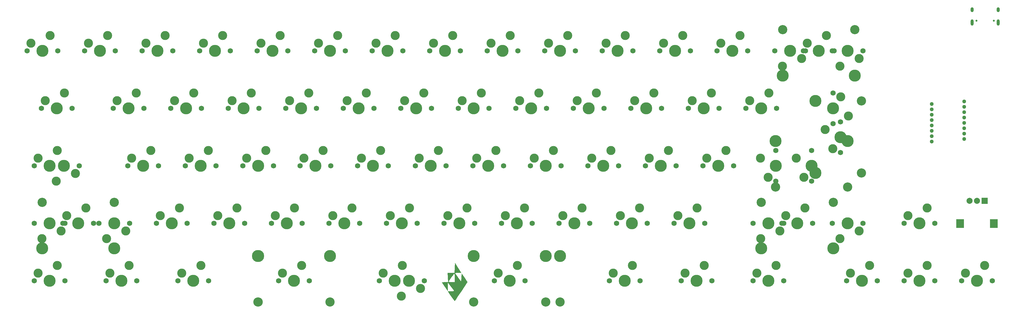
<source format=gbr>
%TF.GenerationSoftware,KiCad,Pcbnew,(6.0.5)*%
%TF.CreationDate,2022-06-26T21:14:40+09:00*%
%TF.ProjectId,dynamis,64796e61-6d69-4732-9e6b-696361645f70,rev?*%
%TF.SameCoordinates,Original*%
%TF.FileFunction,Soldermask,Top*%
%TF.FilePolarity,Negative*%
%FSLAX46Y46*%
G04 Gerber Fmt 4.6, Leading zero omitted, Abs format (unit mm)*
G04 Created by KiCad (PCBNEW (6.0.5)) date 2022-06-26 21:14:40*
%MOMM*%
%LPD*%
G01*
G04 APERTURE LIST*
%ADD10C,1.750000*%
%ADD11C,3.987800*%
%ADD12C,3.000000*%
%ADD13C,3.048000*%
%ADD14R,2.000000X2.000000*%
%ADD15C,2.000000*%
%ADD16R,2.500000X3.000000*%
%ADD17C,1.300000*%
%ADD18C,0.650000*%
%ADD19O,1.000000X1.600000*%
%ADD20O,1.000000X2.100000*%
G04 APERTURE END LIST*
%TO.C,LOGO01*%
G36*
X278688200Y-226576054D02*
G01*
X279848382Y-226576527D01*
X281008564Y-226576999D01*
X281067582Y-224901622D01*
X281126600Y-223226244D01*
X282189129Y-224901622D01*
X283251658Y-226576999D01*
X282239929Y-226576999D01*
X281661606Y-226599347D01*
X281295413Y-226656460D01*
X281228200Y-226700674D01*
X281340302Y-226911334D01*
X281638014Y-227360944D01*
X282063444Y-227963081D01*
X282193400Y-228141555D01*
X283158600Y-229458761D01*
X283260200Y-228084960D01*
X283361800Y-226711158D01*
X284323454Y-228160311D01*
X285285108Y-229609465D01*
X283252416Y-232716032D01*
X282595981Y-233708569D01*
X282008694Y-234576405D01*
X281528848Y-235264569D01*
X281194735Y-235718088D01*
X281047472Y-235881429D01*
X280887388Y-235738316D01*
X280547065Y-235304856D01*
X280064358Y-234633622D01*
X279477125Y-233777188D01*
X278852691Y-232833429D01*
X278748253Y-232673000D01*
X278789800Y-232673000D01*
X279805800Y-232673000D01*
X280385541Y-232653093D01*
X280753389Y-232602197D01*
X280821800Y-232562401D01*
X280707389Y-232360436D01*
X280402864Y-231919657D01*
X279966281Y-231323077D01*
X279805800Y-231109698D01*
X278789800Y-229767593D01*
X278789800Y-232673000D01*
X278748253Y-232673000D01*
X276856848Y-229767593D01*
X276830162Y-229726600D01*
X277825644Y-229664637D01*
X278821126Y-229602675D01*
X278816675Y-229501325D01*
X278993000Y-229501325D01*
X279175859Y-229571893D01*
X279643374Y-229616670D01*
X280009000Y-229625000D01*
X281025000Y-229625000D01*
X281025000Y-228202600D01*
X281016836Y-227501441D01*
X280995354Y-226993406D01*
X280965063Y-226781310D01*
X280962590Y-226780200D01*
X280815509Y-226931814D01*
X280508128Y-227322679D01*
X280109910Y-227856830D01*
X279690316Y-228438298D01*
X279318810Y-228971119D01*
X279064852Y-229359324D01*
X278993000Y-229501325D01*
X278816675Y-229501325D01*
X278754663Y-228089364D01*
X278688200Y-226576054D01*
G37*
%TD*%
D10*
%TO.C,SW04_00*%
X151948890Y-229169199D03*
D11*
X146868890Y-229169199D03*
D12*
X149408890Y-224089199D03*
X143058890Y-226629199D03*
D10*
X141788890Y-229169199D03*
%TD*%
%TO.C,SW06_01*%
X377508490Y-172074999D03*
X387668490Y-172074999D03*
D11*
X382588490Y-172074999D03*
D12*
X378778490Y-169534999D03*
X385128490Y-166994999D03*
%TD*%
D10*
%TO.C,SW04_05*%
X294163490Y-229219999D03*
D13*
X287305490Y-236204999D03*
D10*
X304323490Y-229219999D03*
D12*
X295433490Y-226679999D03*
X301783490Y-224139999D03*
D11*
X311181490Y-220964999D03*
D13*
X311181490Y-236204999D03*
D11*
X299243490Y-229219999D03*
X287305490Y-220964999D03*
%TD*%
%TO.C,SW09_05*%
X384968490Y-229219999D03*
D10*
X379888490Y-229219999D03*
X390048490Y-229219999D03*
D12*
X387508490Y-224139999D03*
X381158490Y-226679999D03*
%TD*%
%TO.C,SWET_AN00*%
X394183490Y-188569999D03*
D11*
X399263490Y-191109999D03*
D10*
X399263490Y-186029999D03*
D12*
X396723490Y-194919999D03*
D10*
X399263490Y-196189999D03*
%TD*%
D12*
%TO.C,SW00_00*%
X140653490Y-150459999D03*
D10*
X149543490Y-152999999D03*
D11*
X144463490Y-152999999D03*
D10*
X139383490Y-152999999D03*
D12*
X147003490Y-147919999D03*
%TD*%
D11*
%TO.C,SWBS_S00*%
X392113490Y-152999999D03*
D12*
X395923490Y-155539999D03*
D10*
X397193490Y-152999999D03*
D12*
X389573490Y-158079999D03*
D10*
X387033490Y-152999999D03*
%TD*%
D11*
%TO.C,SW08_04*%
X320663490Y-210169999D03*
D12*
X316853490Y-207629999D03*
D10*
X315583490Y-210169999D03*
X325743490Y-210169999D03*
D12*
X323203490Y-205089999D03*
%TD*%
%TO.C,SWSP_L04*%
X263378690Y-234299999D03*
X269728690Y-231759999D03*
D10*
X270998690Y-229219999D03*
X260838690Y-229219999D03*
D13*
X315918590Y-236204999D03*
X215918790Y-236204999D03*
D11*
X315918590Y-220964999D03*
X215918790Y-220964999D03*
X265918690Y-229219999D03*
%TD*%
D10*
%TO.C,SW02_06*%
X278133490Y-191109999D03*
X267973490Y-191109999D03*
D12*
X269243490Y-188569999D03*
X275593490Y-186029999D03*
D11*
X273053490Y-191109999D03*
%TD*%
D10*
%TO.C,SWCL_S00*%
X141763490Y-191124999D03*
D12*
X149383490Y-186044999D03*
D10*
X151923490Y-191124999D03*
D12*
X143033490Y-188584999D03*
D11*
X146843490Y-191124999D03*
%TD*%
D10*
%TO.C,SW06_05*%
X301308490Y-172049999D03*
D12*
X308928490Y-166969999D03*
D10*
X311468490Y-172049999D03*
D12*
X302578490Y-169509999D03*
D11*
X306388490Y-172049999D03*
%TD*%
D14*
%TO.C,RE0*%
X456545690Y-202727799D03*
D15*
X451545690Y-202727799D03*
X454045690Y-202727799D03*
D16*
X448445690Y-210227799D03*
X459645690Y-210227799D03*
%TD*%
D12*
%TO.C,SW00_04*%
X216853490Y-150479999D03*
D11*
X220663490Y-153019999D03*
D12*
X223203490Y-147939999D03*
D10*
X225743490Y-153019999D03*
X215583490Y-153019999D03*
%TD*%
D12*
%TO.C,SW05_01*%
X369228490Y-150459999D03*
D11*
X373038490Y-152999999D03*
D12*
X375578490Y-147919999D03*
D10*
X367958490Y-152999999D03*
X378118490Y-152999999D03*
%TD*%
D12*
%TO.C,SW02_01*%
X174003490Y-188579999D03*
D10*
X182893490Y-191119999D03*
D11*
X177813490Y-191119999D03*
D12*
X180353490Y-186039999D03*
D10*
X172733490Y-191119999D03*
%TD*%
D13*
%TO.C,SWBS_L00*%
X413576490Y-146014999D03*
D10*
X406718490Y-152999999D03*
D11*
X401638490Y-152999999D03*
D10*
X396558490Y-152999999D03*
D13*
X389700490Y-146014999D03*
D11*
X413576490Y-161254999D03*
D12*
X397828490Y-150459999D03*
D11*
X389700490Y-161254999D03*
D12*
X404178490Y-147919999D03*
%TD*%
D10*
%TO.C,SW00_05*%
X234633490Y-152999999D03*
D12*
X242253490Y-147919999D03*
D11*
X239713490Y-152999999D03*
D10*
X244793490Y-152999999D03*
D12*
X235903490Y-150459999D03*
%TD*%
D10*
%TO.C,SW05_04*%
X320993490Y-152999999D03*
X310833490Y-152999999D03*
D11*
X315913490Y-152999999D03*
D12*
X312103490Y-150459999D03*
X318453490Y-147919999D03*
%TD*%
D11*
%TO.C,SW00_03*%
X201613490Y-153019999D03*
D12*
X197803490Y-150479999D03*
D10*
X206693490Y-153019999D03*
D12*
X204153490Y-147939999D03*
D10*
X196533490Y-153019999D03*
%TD*%
D11*
%TO.C,SW09_03*%
X434955690Y-229219999D03*
D10*
X440035690Y-229219999D03*
X429875690Y-229219999D03*
D12*
X431145690Y-226679999D03*
X437495690Y-224139999D03*
%TD*%
D10*
%TO.C,SW09_01*%
X440053490Y-210169999D03*
D12*
X431163490Y-207629999D03*
D10*
X429893490Y-210169999D03*
D11*
X434973490Y-210169999D03*
D12*
X437513490Y-205089999D03*
%TD*%
D10*
%TO.C,SW08_06*%
X287653490Y-210169999D03*
D12*
X285113490Y-205089999D03*
D11*
X282573490Y-210169999D03*
D10*
X277493490Y-210169999D03*
D12*
X278763490Y-207629999D03*
%TD*%
D10*
%TO.C,SW04_03*%
X222713290Y-229219999D03*
D11*
X227793290Y-229219999D03*
D13*
X215855290Y-236204999D03*
D12*
X230333290Y-224139999D03*
X223983290Y-226679999D03*
D13*
X239731290Y-236204999D03*
D11*
X239731290Y-220964999D03*
X215855290Y-220964999D03*
D10*
X232873290Y-229219999D03*
%TD*%
%TO.C,SW08_03*%
X334643490Y-210169999D03*
X344803490Y-210169999D03*
D11*
X339723490Y-210169999D03*
D12*
X335913490Y-207629999D03*
X342263490Y-205089999D03*
%TD*%
D11*
%TO.C,AN_STAB_00*%
X411201490Y-182854999D03*
D13*
X387325490Y-198094999D03*
D11*
X387325490Y-182854999D03*
D13*
X411201490Y-198094999D03*
%TD*%
D11*
%TO.C,SW07_02*%
X368303490Y-191109999D03*
D10*
X363223490Y-191109999D03*
D12*
X364493490Y-188569999D03*
D10*
X373383490Y-191109999D03*
D12*
X370843490Y-186029999D03*
%TD*%
D10*
%TO.C,SW02_04*%
X229853490Y-191089999D03*
X240013490Y-191089999D03*
D12*
X237473490Y-186009999D03*
D11*
X234933490Y-191089999D03*
D12*
X231123490Y-188549999D03*
%TD*%
D11*
%TO.C,SW02_03*%
X215913490Y-191099999D03*
D12*
X218453490Y-186019999D03*
D10*
X210833490Y-191099999D03*
D12*
X212103490Y-188559999D03*
D10*
X220993490Y-191099999D03*
%TD*%
D12*
%TO.C,SW04_06*%
X339883490Y-224139999D03*
X333533490Y-226679999D03*
D10*
X342423490Y-229219999D03*
D11*
X337343490Y-229219999D03*
D10*
X332263490Y-229219999D03*
%TD*%
%TO.C,SW04_01*%
X165563290Y-229219999D03*
D11*
X170643290Y-229219999D03*
D10*
X175723290Y-229219999D03*
D12*
X173183290Y-224139999D03*
X166833290Y-226679999D03*
%TD*%
%TO.C,SW07_06*%
X294643490Y-186029999D03*
D10*
X287023490Y-191109999D03*
X297183490Y-191109999D03*
D11*
X292103490Y-191109999D03*
D12*
X288293490Y-188569999D03*
%TD*%
D10*
%TO.C,SW03_05*%
X239401090Y-210144599D03*
D12*
X247021090Y-205064599D03*
X240671090Y-207604599D03*
D10*
X249561090Y-210144599D03*
D11*
X244481090Y-210144599D03*
%TD*%
%TO.C,SW01_05*%
X249238490Y-172049999D03*
D12*
X251778490Y-166969999D03*
D10*
X254318490Y-172049999D03*
X244158490Y-172049999D03*
D12*
X245428490Y-169509999D03*
%TD*%
D10*
%TO.C,SW03_04*%
X220351090Y-210144599D03*
D11*
X225431090Y-210144599D03*
D12*
X227971090Y-205064599D03*
D10*
X230511090Y-210144599D03*
D12*
X221621090Y-207604599D03*
%TD*%
D10*
%TO.C,SW09_00*%
X416243490Y-152999999D03*
D11*
X411163490Y-152999999D03*
D12*
X408623490Y-158079999D03*
X414973490Y-155539999D03*
D10*
X406083490Y-152999999D03*
%TD*%
D12*
%TO.C,SW07_05*%
X307343490Y-188569999D03*
D11*
X311153490Y-191109999D03*
D10*
X306073490Y-191109999D03*
X316233490Y-191109999D03*
D12*
X313693490Y-186029999D03*
%TD*%
%TO.C,SWRS_S01*%
X382423490Y-215249999D03*
X388773490Y-212709999D03*
D10*
X390043490Y-210169999D03*
D11*
X384963490Y-210169999D03*
D10*
X379883490Y-210169999D03*
%TD*%
%TO.C,SW05_03*%
X340043490Y-152999999D03*
D12*
X331153490Y-150459999D03*
X337503490Y-147919999D03*
D10*
X329883490Y-152999999D03*
D11*
X334963490Y-152999999D03*
%TD*%
D12*
%TO.C,SW05_06*%
X274003490Y-150459999D03*
X280353490Y-147919999D03*
D10*
X282893490Y-152999999D03*
X272733490Y-152999999D03*
D11*
X277813490Y-152999999D03*
%TD*%
%TO.C,SW04_02*%
X194468490Y-229219999D03*
D12*
X190658490Y-226679999D03*
X197008490Y-224139999D03*
D10*
X199548490Y-229219999D03*
X189388490Y-229219999D03*
%TD*%
D12*
%TO.C,SW06_04*%
X327978490Y-166969999D03*
D10*
X330518490Y-172049999D03*
D11*
X325438490Y-172049999D03*
D10*
X320358490Y-172049999D03*
D12*
X321628490Y-169509999D03*
%TD*%
%TO.C,SW00_06*%
X254953490Y-150459999D03*
D10*
X253683490Y-152999999D03*
D11*
X258763490Y-152999999D03*
D12*
X261303490Y-147919999D03*
D10*
X263843490Y-152999999D03*
%TD*%
%TO.C,SW01_06*%
X273368490Y-172049999D03*
D12*
X264478490Y-169509999D03*
D11*
X268288490Y-172049999D03*
D12*
X270828490Y-166969999D03*
D10*
X263208490Y-172049999D03*
%TD*%
%TO.C,SW06_06*%
X292393490Y-172049999D03*
D12*
X289853490Y-166969999D03*
X283503490Y-169509999D03*
D11*
X287313490Y-172049999D03*
D10*
X282233490Y-172049999D03*
%TD*%
%TO.C,SW01_03*%
X216218490Y-172049999D03*
D12*
X213678490Y-166969999D03*
D10*
X206058490Y-172049999D03*
D11*
X211138490Y-172049999D03*
D12*
X207328490Y-169509999D03*
%TD*%
%TO.C,SW09_02*%
X456545690Y-224139999D03*
D10*
X459085690Y-229219999D03*
D11*
X454005690Y-229219999D03*
D10*
X448925690Y-229219999D03*
D12*
X450195690Y-226679999D03*
%TD*%
D10*
%TO.C,SW08_00*%
X416243490Y-210169999D03*
D12*
X408623490Y-215249999D03*
D11*
X411163490Y-210169999D03*
D10*
X406083490Y-210169999D03*
D12*
X414973490Y-212709999D03*
%TD*%
%TO.C,SW03_02*%
X183521090Y-207604599D03*
X189871090Y-205064599D03*
D11*
X187331090Y-210144599D03*
D10*
X182251090Y-210144599D03*
X192411090Y-210144599D03*
%TD*%
%TO.C,SW00_01*%
X158433490Y-152999999D03*
D12*
X166053490Y-147919999D03*
D11*
X163513490Y-152999999D03*
D12*
X159703490Y-150459999D03*
D10*
X168593490Y-152999999D03*
%TD*%
D12*
%TO.C,SW07_01*%
X384813490Y-194919999D03*
D11*
X387353490Y-191109999D03*
D10*
X387353490Y-196189999D03*
X387353490Y-186029999D03*
D12*
X382273490Y-188569999D03*
%TD*%
D11*
%TO.C,SW02_05*%
X253983490Y-191109999D03*
D12*
X250173490Y-188569999D03*
X256523490Y-186029999D03*
D10*
X248903490Y-191109999D03*
X259063490Y-191109999D03*
%TD*%
D12*
%TO.C,SW02_02*%
X199403490Y-186019999D03*
D10*
X201943490Y-191099999D03*
D11*
X196863490Y-191099999D03*
D12*
X193053490Y-188559999D03*
D10*
X191783490Y-191099999D03*
%TD*%
D11*
%TO.C,IS_STAB_00*%
X400532340Y-193507599D03*
D13*
X415772340Y-193507599D03*
D11*
X400532340Y-169631599D03*
D13*
X415772340Y-169631599D03*
%TD*%
D10*
%TO.C,SW00_02*%
X187643490Y-153019999D03*
X177483490Y-153019999D03*
D12*
X178753490Y-150479999D03*
D11*
X182563490Y-153019999D03*
D12*
X185103490Y-147939999D03*
%TD*%
%TO.C,SWET_IS00*%
X403703490Y-179059999D03*
D10*
X408783490Y-176519999D03*
D11*
X408783490Y-181599999D03*
D10*
X408783490Y-186679999D03*
D12*
X406243490Y-185409999D03*
%TD*%
D10*
%TO.C,SW09_06*%
X366223290Y-229219999D03*
D12*
X363683290Y-224139999D03*
X357333290Y-226679999D03*
D10*
X356063290Y-229219999D03*
D11*
X361143290Y-229219999D03*
%TD*%
D10*
%TO.C,SW06_02*%
X368618490Y-172049999D03*
D11*
X363538490Y-172049999D03*
D12*
X366078490Y-166969999D03*
D10*
X358458490Y-172049999D03*
D12*
X359728490Y-169509999D03*
%TD*%
%TO.C,SW01_04*%
X226378490Y-169509999D03*
D11*
X230188490Y-172049999D03*
D10*
X225108490Y-172049999D03*
X235268490Y-172049999D03*
D12*
X232728490Y-166969999D03*
%TD*%
D11*
%TO.C,SWCL_N00*%
X151613490Y-191124999D03*
D10*
X146533490Y-191124999D03*
X156693490Y-191124999D03*
D12*
X155423490Y-193664999D03*
X149073490Y-196204999D03*
%TD*%
D11*
%TO.C,SW05_05*%
X296863490Y-152999999D03*
D12*
X299403490Y-147919999D03*
X293053490Y-150459999D03*
D10*
X301943490Y-152999999D03*
X291783490Y-152999999D03*
%TD*%
D11*
%TO.C,SW07_03*%
X349253490Y-191109999D03*
D12*
X345443490Y-188569999D03*
D10*
X354333490Y-191109999D03*
D12*
X351793490Y-186029999D03*
D10*
X344173490Y-191109999D03*
%TD*%
D11*
%TO.C,SW08_02*%
X358773490Y-210169999D03*
D12*
X354963490Y-207629999D03*
X361313490Y-205089999D03*
D10*
X363853490Y-210169999D03*
X353693490Y-210169999D03*
%TD*%
%TO.C,SW01_02*%
X187008490Y-172049999D03*
D12*
X194628490Y-166969999D03*
D11*
X192088490Y-172049999D03*
D10*
X197168490Y-172049999D03*
D12*
X188278490Y-169509999D03*
%TD*%
%TO.C,SW01_01*%
X175578490Y-166969999D03*
D10*
X178118490Y-172049999D03*
X167958490Y-172049999D03*
D11*
X173038490Y-172049999D03*
D12*
X169228490Y-169509999D03*
%TD*%
D11*
%TO.C,SW06_03*%
X344488490Y-172049999D03*
D12*
X347028490Y-166969999D03*
X340678490Y-169509999D03*
D10*
X339408490Y-172049999D03*
X349568490Y-172049999D03*
%TD*%
%TO.C,SW03_06*%
X268611090Y-210169999D03*
X258451090Y-210169999D03*
D12*
X266071090Y-205089999D03*
X259721090Y-207629999D03*
D11*
X263531090Y-210169999D03*
%TD*%
D12*
%TO.C,SW09_04*%
X418445690Y-224139999D03*
D11*
X415905690Y-229219999D03*
D10*
X420985690Y-229219999D03*
D12*
X412095690Y-226679999D03*
D10*
X410825690Y-229219999D03*
%TD*%
%TO.C,SW06_00*%
X406388490Y-166969999D03*
D12*
X411468490Y-174589999D03*
X408928490Y-168239999D03*
D11*
X406388490Y-172049999D03*
D10*
X406388490Y-177129999D03*
%TD*%
D11*
%TO.C,SW01_00*%
X149238490Y-172049999D03*
D12*
X145428490Y-169509999D03*
D10*
X154318490Y-172049999D03*
X144158490Y-172049999D03*
D12*
X151778490Y-166969999D03*
%TD*%
D11*
%TO.C,SW05_02*%
X354013490Y-152999999D03*
D12*
X356553490Y-147919999D03*
D10*
X359093490Y-152999999D03*
X348933490Y-152999999D03*
D12*
X350203490Y-150459999D03*
%TD*%
D13*
%TO.C,SWRS_L01*%
X406431490Y-203174999D03*
D11*
X382555490Y-218414999D03*
D13*
X382555490Y-203174999D03*
D12*
X390683490Y-207619999D03*
D10*
X389413490Y-210159999D03*
D11*
X394493490Y-210159999D03*
D10*
X399573490Y-210159999D03*
D12*
X397033490Y-205079999D03*
D11*
X406431490Y-218414999D03*
%TD*%
D13*
%TO.C,SWLS_L01*%
X144430490Y-203184999D03*
D10*
X151288490Y-210169999D03*
D12*
X158908490Y-205089999D03*
D11*
X168306490Y-218424999D03*
X144430490Y-218424999D03*
D13*
X168306490Y-203184999D03*
D12*
X152558490Y-207629999D03*
D10*
X161448490Y-210169999D03*
D11*
X156368490Y-210169999D03*
%TD*%
D12*
%TO.C,SW03_03*%
X208921090Y-205064599D03*
D11*
X206381090Y-210144599D03*
D10*
X201301090Y-210144599D03*
X211461090Y-210144599D03*
D12*
X202571090Y-207604599D03*
%TD*%
%TO.C,SW03_00*%
X144278090Y-215224599D03*
X150628090Y-212684599D03*
D11*
X146818090Y-210144599D03*
D10*
X151898090Y-210144599D03*
X141738090Y-210144599D03*
%TD*%
D12*
%TO.C,SWLS_S01*%
X172091090Y-212684599D03*
X165741090Y-215224599D03*
D10*
X173361090Y-210144599D03*
X163201090Y-210144599D03*
D11*
X168281090Y-210144599D03*
%TD*%
D10*
%TO.C,SWSP_S04*%
X266223490Y-229219999D03*
D12*
X257333490Y-226679999D03*
D11*
X261143490Y-229219999D03*
D10*
X256063490Y-229219999D03*
D12*
X263683490Y-224139999D03*
%TD*%
D10*
%TO.C,SW07_04*%
X335283490Y-191109999D03*
D12*
X332743490Y-186029999D03*
D10*
X325123490Y-191109999D03*
D11*
X330203490Y-191109999D03*
D12*
X326393490Y-188569999D03*
%TD*%
D10*
%TO.C,SW08_05*%
X296543490Y-210169999D03*
X306703490Y-210169999D03*
D12*
X297813490Y-207629999D03*
D11*
X301623490Y-210169999D03*
D12*
X304163490Y-205089999D03*
%TD*%
D17*
%TO.C,U1*%
X439075000Y-183100000D03*
X439075000Y-181320000D03*
X439075000Y-179540000D03*
X439075000Y-177760000D03*
X439075000Y-175980000D03*
X439075000Y-174200000D03*
X439075000Y-172420000D03*
X439075000Y-170640000D03*
X449775000Y-169750000D03*
X449775000Y-171530000D03*
X449775000Y-173310000D03*
X449775000Y-175090000D03*
X449775000Y-176870000D03*
X449775000Y-178650000D03*
X449775000Y-180430000D03*
X449775000Y-182210000D03*
%TD*%
D18*
%TO.C,J0*%
X453835000Y-143040000D03*
X459615000Y-143040000D03*
D19*
X461045000Y-139390000D03*
X452405000Y-139390000D03*
D20*
X452405000Y-143570000D03*
X461045000Y-143570000D03*
%TD*%
M02*

</source>
